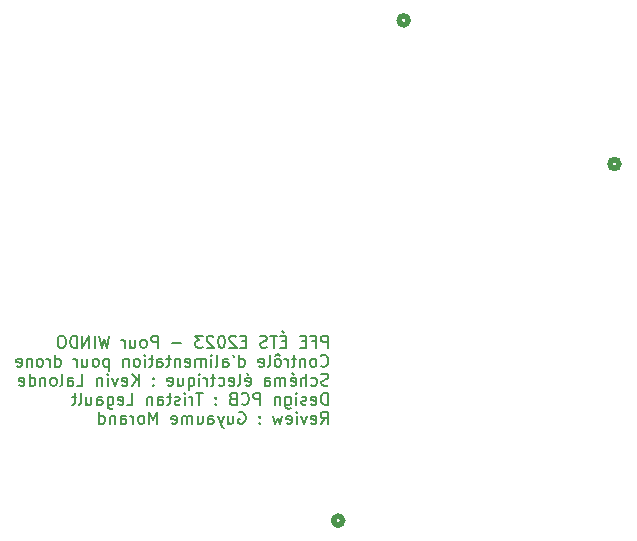
<source format=gbr>
%TF.GenerationSoftware,KiCad,Pcbnew,7.0.6-0*%
%TF.CreationDate,2023-08-01T13:46:47-04:00*%
%TF.ProjectId,Power Selector,506f7765-7220-4536-956c-6563746f722e,rev?*%
%TF.SameCoordinates,Original*%
%TF.FileFunction,Legend,Bot*%
%TF.FilePolarity,Positive*%
%FSLAX46Y46*%
G04 Gerber Fmt 4.6, Leading zero omitted, Abs format (unit mm)*
G04 Created by KiCad (PCBNEW 7.0.6-0) date 2023-08-01 13:46:47*
%MOMM*%
%LPD*%
G01*
G04 APERTURE LIST*
%ADD10C,0.150000*%
%ADD11C,0.508000*%
G04 APERTURE END LIST*
D10*
X96263220Y-120429819D02*
X96263220Y-119429819D01*
X96263220Y-119429819D02*
X95882268Y-119429819D01*
X95882268Y-119429819D02*
X95787030Y-119477438D01*
X95787030Y-119477438D02*
X95739411Y-119525057D01*
X95739411Y-119525057D02*
X95691792Y-119620295D01*
X95691792Y-119620295D02*
X95691792Y-119763152D01*
X95691792Y-119763152D02*
X95739411Y-119858390D01*
X95739411Y-119858390D02*
X95787030Y-119906009D01*
X95787030Y-119906009D02*
X95882268Y-119953628D01*
X95882268Y-119953628D02*
X96263220Y-119953628D01*
X94929887Y-119906009D02*
X95263220Y-119906009D01*
X95263220Y-120429819D02*
X95263220Y-119429819D01*
X95263220Y-119429819D02*
X94787030Y-119429819D01*
X94406077Y-119906009D02*
X94072744Y-119906009D01*
X93929887Y-120429819D02*
X94406077Y-120429819D01*
X94406077Y-120429819D02*
X94406077Y-119429819D01*
X94406077Y-119429819D02*
X93929887Y-119429819D01*
X92739410Y-119906009D02*
X92406077Y-119906009D01*
X92263220Y-120429819D02*
X92739410Y-120429819D01*
X92739410Y-120429819D02*
X92739410Y-119429819D01*
X92739410Y-119429819D02*
X92263220Y-119429819D01*
X92406077Y-119048866D02*
X92548934Y-119191723D01*
X91977505Y-119429819D02*
X91406077Y-119429819D01*
X91691791Y-120429819D02*
X91691791Y-119429819D01*
X91120362Y-120382200D02*
X90977505Y-120429819D01*
X90977505Y-120429819D02*
X90739410Y-120429819D01*
X90739410Y-120429819D02*
X90644172Y-120382200D01*
X90644172Y-120382200D02*
X90596553Y-120334580D01*
X90596553Y-120334580D02*
X90548934Y-120239342D01*
X90548934Y-120239342D02*
X90548934Y-120144104D01*
X90548934Y-120144104D02*
X90596553Y-120048866D01*
X90596553Y-120048866D02*
X90644172Y-120001247D01*
X90644172Y-120001247D02*
X90739410Y-119953628D01*
X90739410Y-119953628D02*
X90929886Y-119906009D01*
X90929886Y-119906009D02*
X91025124Y-119858390D01*
X91025124Y-119858390D02*
X91072743Y-119810771D01*
X91072743Y-119810771D02*
X91120362Y-119715533D01*
X91120362Y-119715533D02*
X91120362Y-119620295D01*
X91120362Y-119620295D02*
X91072743Y-119525057D01*
X91072743Y-119525057D02*
X91025124Y-119477438D01*
X91025124Y-119477438D02*
X90929886Y-119429819D01*
X90929886Y-119429819D02*
X90691791Y-119429819D01*
X90691791Y-119429819D02*
X90548934Y-119477438D01*
X89358457Y-119906009D02*
X89025124Y-119906009D01*
X88882267Y-120429819D02*
X89358457Y-120429819D01*
X89358457Y-120429819D02*
X89358457Y-119429819D01*
X89358457Y-119429819D02*
X88882267Y-119429819D01*
X88501314Y-119525057D02*
X88453695Y-119477438D01*
X88453695Y-119477438D02*
X88358457Y-119429819D01*
X88358457Y-119429819D02*
X88120362Y-119429819D01*
X88120362Y-119429819D02*
X88025124Y-119477438D01*
X88025124Y-119477438D02*
X87977505Y-119525057D01*
X87977505Y-119525057D02*
X87929886Y-119620295D01*
X87929886Y-119620295D02*
X87929886Y-119715533D01*
X87929886Y-119715533D02*
X87977505Y-119858390D01*
X87977505Y-119858390D02*
X88548933Y-120429819D01*
X88548933Y-120429819D02*
X87929886Y-120429819D01*
X87310838Y-119429819D02*
X87215600Y-119429819D01*
X87215600Y-119429819D02*
X87120362Y-119477438D01*
X87120362Y-119477438D02*
X87072743Y-119525057D01*
X87072743Y-119525057D02*
X87025124Y-119620295D01*
X87025124Y-119620295D02*
X86977505Y-119810771D01*
X86977505Y-119810771D02*
X86977505Y-120048866D01*
X86977505Y-120048866D02*
X87025124Y-120239342D01*
X87025124Y-120239342D02*
X87072743Y-120334580D01*
X87072743Y-120334580D02*
X87120362Y-120382200D01*
X87120362Y-120382200D02*
X87215600Y-120429819D01*
X87215600Y-120429819D02*
X87310838Y-120429819D01*
X87310838Y-120429819D02*
X87406076Y-120382200D01*
X87406076Y-120382200D02*
X87453695Y-120334580D01*
X87453695Y-120334580D02*
X87501314Y-120239342D01*
X87501314Y-120239342D02*
X87548933Y-120048866D01*
X87548933Y-120048866D02*
X87548933Y-119810771D01*
X87548933Y-119810771D02*
X87501314Y-119620295D01*
X87501314Y-119620295D02*
X87453695Y-119525057D01*
X87453695Y-119525057D02*
X87406076Y-119477438D01*
X87406076Y-119477438D02*
X87310838Y-119429819D01*
X86596552Y-119525057D02*
X86548933Y-119477438D01*
X86548933Y-119477438D02*
X86453695Y-119429819D01*
X86453695Y-119429819D02*
X86215600Y-119429819D01*
X86215600Y-119429819D02*
X86120362Y-119477438D01*
X86120362Y-119477438D02*
X86072743Y-119525057D01*
X86072743Y-119525057D02*
X86025124Y-119620295D01*
X86025124Y-119620295D02*
X86025124Y-119715533D01*
X86025124Y-119715533D02*
X86072743Y-119858390D01*
X86072743Y-119858390D02*
X86644171Y-120429819D01*
X86644171Y-120429819D02*
X86025124Y-120429819D01*
X85691790Y-119429819D02*
X85072743Y-119429819D01*
X85072743Y-119429819D02*
X85406076Y-119810771D01*
X85406076Y-119810771D02*
X85263219Y-119810771D01*
X85263219Y-119810771D02*
X85167981Y-119858390D01*
X85167981Y-119858390D02*
X85120362Y-119906009D01*
X85120362Y-119906009D02*
X85072743Y-120001247D01*
X85072743Y-120001247D02*
X85072743Y-120239342D01*
X85072743Y-120239342D02*
X85120362Y-120334580D01*
X85120362Y-120334580D02*
X85167981Y-120382200D01*
X85167981Y-120382200D02*
X85263219Y-120429819D01*
X85263219Y-120429819D02*
X85548933Y-120429819D01*
X85548933Y-120429819D02*
X85644171Y-120382200D01*
X85644171Y-120382200D02*
X85691790Y-120334580D01*
X83882266Y-120048866D02*
X83120362Y-120048866D01*
X81882266Y-120429819D02*
X81882266Y-119429819D01*
X81882266Y-119429819D02*
X81501314Y-119429819D01*
X81501314Y-119429819D02*
X81406076Y-119477438D01*
X81406076Y-119477438D02*
X81358457Y-119525057D01*
X81358457Y-119525057D02*
X81310838Y-119620295D01*
X81310838Y-119620295D02*
X81310838Y-119763152D01*
X81310838Y-119763152D02*
X81358457Y-119858390D01*
X81358457Y-119858390D02*
X81406076Y-119906009D01*
X81406076Y-119906009D02*
X81501314Y-119953628D01*
X81501314Y-119953628D02*
X81882266Y-119953628D01*
X80739409Y-120429819D02*
X80834647Y-120382200D01*
X80834647Y-120382200D02*
X80882266Y-120334580D01*
X80882266Y-120334580D02*
X80929885Y-120239342D01*
X80929885Y-120239342D02*
X80929885Y-119953628D01*
X80929885Y-119953628D02*
X80882266Y-119858390D01*
X80882266Y-119858390D02*
X80834647Y-119810771D01*
X80834647Y-119810771D02*
X80739409Y-119763152D01*
X80739409Y-119763152D02*
X80596552Y-119763152D01*
X80596552Y-119763152D02*
X80501314Y-119810771D01*
X80501314Y-119810771D02*
X80453695Y-119858390D01*
X80453695Y-119858390D02*
X80406076Y-119953628D01*
X80406076Y-119953628D02*
X80406076Y-120239342D01*
X80406076Y-120239342D02*
X80453695Y-120334580D01*
X80453695Y-120334580D02*
X80501314Y-120382200D01*
X80501314Y-120382200D02*
X80596552Y-120429819D01*
X80596552Y-120429819D02*
X80739409Y-120429819D01*
X79548933Y-119763152D02*
X79548933Y-120429819D01*
X79977504Y-119763152D02*
X79977504Y-120286961D01*
X79977504Y-120286961D02*
X79929885Y-120382200D01*
X79929885Y-120382200D02*
X79834647Y-120429819D01*
X79834647Y-120429819D02*
X79691790Y-120429819D01*
X79691790Y-120429819D02*
X79596552Y-120382200D01*
X79596552Y-120382200D02*
X79548933Y-120334580D01*
X79072742Y-120429819D02*
X79072742Y-119763152D01*
X79072742Y-119953628D02*
X79025123Y-119858390D01*
X79025123Y-119858390D02*
X78977504Y-119810771D01*
X78977504Y-119810771D02*
X78882266Y-119763152D01*
X78882266Y-119763152D02*
X78787028Y-119763152D01*
X77787027Y-119429819D02*
X77548932Y-120429819D01*
X77548932Y-120429819D02*
X77358456Y-119715533D01*
X77358456Y-119715533D02*
X77167980Y-120429819D01*
X77167980Y-120429819D02*
X76929885Y-119429819D01*
X76548932Y-120429819D02*
X76548932Y-119429819D01*
X76072742Y-120429819D02*
X76072742Y-119429819D01*
X76072742Y-119429819D02*
X75501314Y-120429819D01*
X75501314Y-120429819D02*
X75501314Y-119429819D01*
X75025123Y-120429819D02*
X75025123Y-119429819D01*
X75025123Y-119429819D02*
X74787028Y-119429819D01*
X74787028Y-119429819D02*
X74644171Y-119477438D01*
X74644171Y-119477438D02*
X74548933Y-119572676D01*
X74548933Y-119572676D02*
X74501314Y-119667914D01*
X74501314Y-119667914D02*
X74453695Y-119858390D01*
X74453695Y-119858390D02*
X74453695Y-120001247D01*
X74453695Y-120001247D02*
X74501314Y-120191723D01*
X74501314Y-120191723D02*
X74548933Y-120286961D01*
X74548933Y-120286961D02*
X74644171Y-120382200D01*
X74644171Y-120382200D02*
X74787028Y-120429819D01*
X74787028Y-120429819D02*
X75025123Y-120429819D01*
X73834647Y-119429819D02*
X73644171Y-119429819D01*
X73644171Y-119429819D02*
X73548933Y-119477438D01*
X73548933Y-119477438D02*
X73453695Y-119572676D01*
X73453695Y-119572676D02*
X73406076Y-119763152D01*
X73406076Y-119763152D02*
X73406076Y-120096485D01*
X73406076Y-120096485D02*
X73453695Y-120286961D01*
X73453695Y-120286961D02*
X73548933Y-120382200D01*
X73548933Y-120382200D02*
X73644171Y-120429819D01*
X73644171Y-120429819D02*
X73834647Y-120429819D01*
X73834647Y-120429819D02*
X73929885Y-120382200D01*
X73929885Y-120382200D02*
X74025123Y-120286961D01*
X74025123Y-120286961D02*
X74072742Y-120096485D01*
X74072742Y-120096485D02*
X74072742Y-119763152D01*
X74072742Y-119763152D02*
X74025123Y-119572676D01*
X74025123Y-119572676D02*
X73929885Y-119477438D01*
X73929885Y-119477438D02*
X73834647Y-119429819D01*
X95691792Y-121944580D02*
X95739411Y-121992200D01*
X95739411Y-121992200D02*
X95882268Y-122039819D01*
X95882268Y-122039819D02*
X95977506Y-122039819D01*
X95977506Y-122039819D02*
X96120363Y-121992200D01*
X96120363Y-121992200D02*
X96215601Y-121896961D01*
X96215601Y-121896961D02*
X96263220Y-121801723D01*
X96263220Y-121801723D02*
X96310839Y-121611247D01*
X96310839Y-121611247D02*
X96310839Y-121468390D01*
X96310839Y-121468390D02*
X96263220Y-121277914D01*
X96263220Y-121277914D02*
X96215601Y-121182676D01*
X96215601Y-121182676D02*
X96120363Y-121087438D01*
X96120363Y-121087438D02*
X95977506Y-121039819D01*
X95977506Y-121039819D02*
X95882268Y-121039819D01*
X95882268Y-121039819D02*
X95739411Y-121087438D01*
X95739411Y-121087438D02*
X95691792Y-121135057D01*
X95120363Y-122039819D02*
X95215601Y-121992200D01*
X95215601Y-121992200D02*
X95263220Y-121944580D01*
X95263220Y-121944580D02*
X95310839Y-121849342D01*
X95310839Y-121849342D02*
X95310839Y-121563628D01*
X95310839Y-121563628D02*
X95263220Y-121468390D01*
X95263220Y-121468390D02*
X95215601Y-121420771D01*
X95215601Y-121420771D02*
X95120363Y-121373152D01*
X95120363Y-121373152D02*
X94977506Y-121373152D01*
X94977506Y-121373152D02*
X94882268Y-121420771D01*
X94882268Y-121420771D02*
X94834649Y-121468390D01*
X94834649Y-121468390D02*
X94787030Y-121563628D01*
X94787030Y-121563628D02*
X94787030Y-121849342D01*
X94787030Y-121849342D02*
X94834649Y-121944580D01*
X94834649Y-121944580D02*
X94882268Y-121992200D01*
X94882268Y-121992200D02*
X94977506Y-122039819D01*
X94977506Y-122039819D02*
X95120363Y-122039819D01*
X94358458Y-121373152D02*
X94358458Y-122039819D01*
X94358458Y-121468390D02*
X94310839Y-121420771D01*
X94310839Y-121420771D02*
X94215601Y-121373152D01*
X94215601Y-121373152D02*
X94072744Y-121373152D01*
X94072744Y-121373152D02*
X93977506Y-121420771D01*
X93977506Y-121420771D02*
X93929887Y-121516009D01*
X93929887Y-121516009D02*
X93929887Y-122039819D01*
X93596553Y-121373152D02*
X93215601Y-121373152D01*
X93453696Y-121039819D02*
X93453696Y-121896961D01*
X93453696Y-121896961D02*
X93406077Y-121992200D01*
X93406077Y-121992200D02*
X93310839Y-122039819D01*
X93310839Y-122039819D02*
X93215601Y-122039819D01*
X92882267Y-122039819D02*
X92882267Y-121373152D01*
X92882267Y-121563628D02*
X92834648Y-121468390D01*
X92834648Y-121468390D02*
X92787029Y-121420771D01*
X92787029Y-121420771D02*
X92691791Y-121373152D01*
X92691791Y-121373152D02*
X92596553Y-121373152D01*
X92120362Y-122039819D02*
X92215600Y-121992200D01*
X92215600Y-121992200D02*
X92263219Y-121944580D01*
X92263219Y-121944580D02*
X92310838Y-121849342D01*
X92310838Y-121849342D02*
X92310838Y-121563628D01*
X92310838Y-121563628D02*
X92263219Y-121468390D01*
X92263219Y-121468390D02*
X92215600Y-121420771D01*
X92215600Y-121420771D02*
X92120362Y-121373152D01*
X92120362Y-121373152D02*
X91977505Y-121373152D01*
X91977505Y-121373152D02*
X91882267Y-121420771D01*
X91882267Y-121420771D02*
X91834648Y-121468390D01*
X91834648Y-121468390D02*
X91787029Y-121563628D01*
X91787029Y-121563628D02*
X91787029Y-121849342D01*
X91787029Y-121849342D02*
X91834648Y-121944580D01*
X91834648Y-121944580D02*
X91882267Y-121992200D01*
X91882267Y-121992200D02*
X91977505Y-122039819D01*
X91977505Y-122039819D02*
X92120362Y-122039819D01*
X92215600Y-121135057D02*
X92025124Y-120992200D01*
X92025124Y-120992200D02*
X91834648Y-121135057D01*
X91215600Y-122039819D02*
X91310838Y-121992200D01*
X91310838Y-121992200D02*
X91358457Y-121896961D01*
X91358457Y-121896961D02*
X91358457Y-121039819D01*
X90453695Y-121992200D02*
X90548933Y-122039819D01*
X90548933Y-122039819D02*
X90739409Y-122039819D01*
X90739409Y-122039819D02*
X90834647Y-121992200D01*
X90834647Y-121992200D02*
X90882266Y-121896961D01*
X90882266Y-121896961D02*
X90882266Y-121516009D01*
X90882266Y-121516009D02*
X90834647Y-121420771D01*
X90834647Y-121420771D02*
X90739409Y-121373152D01*
X90739409Y-121373152D02*
X90548933Y-121373152D01*
X90548933Y-121373152D02*
X90453695Y-121420771D01*
X90453695Y-121420771D02*
X90406076Y-121516009D01*
X90406076Y-121516009D02*
X90406076Y-121611247D01*
X90406076Y-121611247D02*
X90882266Y-121706485D01*
X88787028Y-122039819D02*
X88787028Y-121039819D01*
X88787028Y-121992200D02*
X88882266Y-122039819D01*
X88882266Y-122039819D02*
X89072742Y-122039819D01*
X89072742Y-122039819D02*
X89167980Y-121992200D01*
X89167980Y-121992200D02*
X89215599Y-121944580D01*
X89215599Y-121944580D02*
X89263218Y-121849342D01*
X89263218Y-121849342D02*
X89263218Y-121563628D01*
X89263218Y-121563628D02*
X89215599Y-121468390D01*
X89215599Y-121468390D02*
X89167980Y-121420771D01*
X89167980Y-121420771D02*
X89072742Y-121373152D01*
X89072742Y-121373152D02*
X88882266Y-121373152D01*
X88882266Y-121373152D02*
X88787028Y-121420771D01*
X88263218Y-121039819D02*
X88358456Y-121230295D01*
X87406076Y-122039819D02*
X87406076Y-121516009D01*
X87406076Y-121516009D02*
X87453695Y-121420771D01*
X87453695Y-121420771D02*
X87548933Y-121373152D01*
X87548933Y-121373152D02*
X87739409Y-121373152D01*
X87739409Y-121373152D02*
X87834647Y-121420771D01*
X87406076Y-121992200D02*
X87501314Y-122039819D01*
X87501314Y-122039819D02*
X87739409Y-122039819D01*
X87739409Y-122039819D02*
X87834647Y-121992200D01*
X87834647Y-121992200D02*
X87882266Y-121896961D01*
X87882266Y-121896961D02*
X87882266Y-121801723D01*
X87882266Y-121801723D02*
X87834647Y-121706485D01*
X87834647Y-121706485D02*
X87739409Y-121658866D01*
X87739409Y-121658866D02*
X87501314Y-121658866D01*
X87501314Y-121658866D02*
X87406076Y-121611247D01*
X86787028Y-122039819D02*
X86882266Y-121992200D01*
X86882266Y-121992200D02*
X86929885Y-121896961D01*
X86929885Y-121896961D02*
X86929885Y-121039819D01*
X86406075Y-122039819D02*
X86406075Y-121373152D01*
X86406075Y-121039819D02*
X86453694Y-121087438D01*
X86453694Y-121087438D02*
X86406075Y-121135057D01*
X86406075Y-121135057D02*
X86358456Y-121087438D01*
X86358456Y-121087438D02*
X86406075Y-121039819D01*
X86406075Y-121039819D02*
X86406075Y-121135057D01*
X85929885Y-122039819D02*
X85929885Y-121373152D01*
X85929885Y-121468390D02*
X85882266Y-121420771D01*
X85882266Y-121420771D02*
X85787028Y-121373152D01*
X85787028Y-121373152D02*
X85644171Y-121373152D01*
X85644171Y-121373152D02*
X85548933Y-121420771D01*
X85548933Y-121420771D02*
X85501314Y-121516009D01*
X85501314Y-121516009D02*
X85501314Y-122039819D01*
X85501314Y-121516009D02*
X85453695Y-121420771D01*
X85453695Y-121420771D02*
X85358457Y-121373152D01*
X85358457Y-121373152D02*
X85215600Y-121373152D01*
X85215600Y-121373152D02*
X85120361Y-121420771D01*
X85120361Y-121420771D02*
X85072742Y-121516009D01*
X85072742Y-121516009D02*
X85072742Y-122039819D01*
X84215600Y-121992200D02*
X84310838Y-122039819D01*
X84310838Y-122039819D02*
X84501314Y-122039819D01*
X84501314Y-122039819D02*
X84596552Y-121992200D01*
X84596552Y-121992200D02*
X84644171Y-121896961D01*
X84644171Y-121896961D02*
X84644171Y-121516009D01*
X84644171Y-121516009D02*
X84596552Y-121420771D01*
X84596552Y-121420771D02*
X84501314Y-121373152D01*
X84501314Y-121373152D02*
X84310838Y-121373152D01*
X84310838Y-121373152D02*
X84215600Y-121420771D01*
X84215600Y-121420771D02*
X84167981Y-121516009D01*
X84167981Y-121516009D02*
X84167981Y-121611247D01*
X84167981Y-121611247D02*
X84644171Y-121706485D01*
X83739409Y-121373152D02*
X83739409Y-122039819D01*
X83739409Y-121468390D02*
X83691790Y-121420771D01*
X83691790Y-121420771D02*
X83596552Y-121373152D01*
X83596552Y-121373152D02*
X83453695Y-121373152D01*
X83453695Y-121373152D02*
X83358457Y-121420771D01*
X83358457Y-121420771D02*
X83310838Y-121516009D01*
X83310838Y-121516009D02*
X83310838Y-122039819D01*
X82977504Y-121373152D02*
X82596552Y-121373152D01*
X82834647Y-121039819D02*
X82834647Y-121896961D01*
X82834647Y-121896961D02*
X82787028Y-121992200D01*
X82787028Y-121992200D02*
X82691790Y-122039819D01*
X82691790Y-122039819D02*
X82596552Y-122039819D01*
X81834647Y-122039819D02*
X81834647Y-121516009D01*
X81834647Y-121516009D02*
X81882266Y-121420771D01*
X81882266Y-121420771D02*
X81977504Y-121373152D01*
X81977504Y-121373152D02*
X82167980Y-121373152D01*
X82167980Y-121373152D02*
X82263218Y-121420771D01*
X81834647Y-121992200D02*
X81929885Y-122039819D01*
X81929885Y-122039819D02*
X82167980Y-122039819D01*
X82167980Y-122039819D02*
X82263218Y-121992200D01*
X82263218Y-121992200D02*
X82310837Y-121896961D01*
X82310837Y-121896961D02*
X82310837Y-121801723D01*
X82310837Y-121801723D02*
X82263218Y-121706485D01*
X82263218Y-121706485D02*
X82167980Y-121658866D01*
X82167980Y-121658866D02*
X81929885Y-121658866D01*
X81929885Y-121658866D02*
X81834647Y-121611247D01*
X81501313Y-121373152D02*
X81120361Y-121373152D01*
X81358456Y-121039819D02*
X81358456Y-121896961D01*
X81358456Y-121896961D02*
X81310837Y-121992200D01*
X81310837Y-121992200D02*
X81215599Y-122039819D01*
X81215599Y-122039819D02*
X81120361Y-122039819D01*
X80787027Y-122039819D02*
X80787027Y-121373152D01*
X80787027Y-121039819D02*
X80834646Y-121087438D01*
X80834646Y-121087438D02*
X80787027Y-121135057D01*
X80787027Y-121135057D02*
X80739408Y-121087438D01*
X80739408Y-121087438D02*
X80787027Y-121039819D01*
X80787027Y-121039819D02*
X80787027Y-121135057D01*
X80167980Y-122039819D02*
X80263218Y-121992200D01*
X80263218Y-121992200D02*
X80310837Y-121944580D01*
X80310837Y-121944580D02*
X80358456Y-121849342D01*
X80358456Y-121849342D02*
X80358456Y-121563628D01*
X80358456Y-121563628D02*
X80310837Y-121468390D01*
X80310837Y-121468390D02*
X80263218Y-121420771D01*
X80263218Y-121420771D02*
X80167980Y-121373152D01*
X80167980Y-121373152D02*
X80025123Y-121373152D01*
X80025123Y-121373152D02*
X79929885Y-121420771D01*
X79929885Y-121420771D02*
X79882266Y-121468390D01*
X79882266Y-121468390D02*
X79834647Y-121563628D01*
X79834647Y-121563628D02*
X79834647Y-121849342D01*
X79834647Y-121849342D02*
X79882266Y-121944580D01*
X79882266Y-121944580D02*
X79929885Y-121992200D01*
X79929885Y-121992200D02*
X80025123Y-122039819D01*
X80025123Y-122039819D02*
X80167980Y-122039819D01*
X79406075Y-121373152D02*
X79406075Y-122039819D01*
X79406075Y-121468390D02*
X79358456Y-121420771D01*
X79358456Y-121420771D02*
X79263218Y-121373152D01*
X79263218Y-121373152D02*
X79120361Y-121373152D01*
X79120361Y-121373152D02*
X79025123Y-121420771D01*
X79025123Y-121420771D02*
X78977504Y-121516009D01*
X78977504Y-121516009D02*
X78977504Y-122039819D01*
X77739408Y-121373152D02*
X77739408Y-122373152D01*
X77739408Y-121420771D02*
X77644170Y-121373152D01*
X77644170Y-121373152D02*
X77453694Y-121373152D01*
X77453694Y-121373152D02*
X77358456Y-121420771D01*
X77358456Y-121420771D02*
X77310837Y-121468390D01*
X77310837Y-121468390D02*
X77263218Y-121563628D01*
X77263218Y-121563628D02*
X77263218Y-121849342D01*
X77263218Y-121849342D02*
X77310837Y-121944580D01*
X77310837Y-121944580D02*
X77358456Y-121992200D01*
X77358456Y-121992200D02*
X77453694Y-122039819D01*
X77453694Y-122039819D02*
X77644170Y-122039819D01*
X77644170Y-122039819D02*
X77739408Y-121992200D01*
X76691789Y-122039819D02*
X76787027Y-121992200D01*
X76787027Y-121992200D02*
X76834646Y-121944580D01*
X76834646Y-121944580D02*
X76882265Y-121849342D01*
X76882265Y-121849342D02*
X76882265Y-121563628D01*
X76882265Y-121563628D02*
X76834646Y-121468390D01*
X76834646Y-121468390D02*
X76787027Y-121420771D01*
X76787027Y-121420771D02*
X76691789Y-121373152D01*
X76691789Y-121373152D02*
X76548932Y-121373152D01*
X76548932Y-121373152D02*
X76453694Y-121420771D01*
X76453694Y-121420771D02*
X76406075Y-121468390D01*
X76406075Y-121468390D02*
X76358456Y-121563628D01*
X76358456Y-121563628D02*
X76358456Y-121849342D01*
X76358456Y-121849342D02*
X76406075Y-121944580D01*
X76406075Y-121944580D02*
X76453694Y-121992200D01*
X76453694Y-121992200D02*
X76548932Y-122039819D01*
X76548932Y-122039819D02*
X76691789Y-122039819D01*
X75501313Y-121373152D02*
X75501313Y-122039819D01*
X75929884Y-121373152D02*
X75929884Y-121896961D01*
X75929884Y-121896961D02*
X75882265Y-121992200D01*
X75882265Y-121992200D02*
X75787027Y-122039819D01*
X75787027Y-122039819D02*
X75644170Y-122039819D01*
X75644170Y-122039819D02*
X75548932Y-121992200D01*
X75548932Y-121992200D02*
X75501313Y-121944580D01*
X75025122Y-122039819D02*
X75025122Y-121373152D01*
X75025122Y-121563628D02*
X74977503Y-121468390D01*
X74977503Y-121468390D02*
X74929884Y-121420771D01*
X74929884Y-121420771D02*
X74834646Y-121373152D01*
X74834646Y-121373152D02*
X74739408Y-121373152D01*
X73215598Y-122039819D02*
X73215598Y-121039819D01*
X73215598Y-121992200D02*
X73310836Y-122039819D01*
X73310836Y-122039819D02*
X73501312Y-122039819D01*
X73501312Y-122039819D02*
X73596550Y-121992200D01*
X73596550Y-121992200D02*
X73644169Y-121944580D01*
X73644169Y-121944580D02*
X73691788Y-121849342D01*
X73691788Y-121849342D02*
X73691788Y-121563628D01*
X73691788Y-121563628D02*
X73644169Y-121468390D01*
X73644169Y-121468390D02*
X73596550Y-121420771D01*
X73596550Y-121420771D02*
X73501312Y-121373152D01*
X73501312Y-121373152D02*
X73310836Y-121373152D01*
X73310836Y-121373152D02*
X73215598Y-121420771D01*
X72739407Y-122039819D02*
X72739407Y-121373152D01*
X72739407Y-121563628D02*
X72691788Y-121468390D01*
X72691788Y-121468390D02*
X72644169Y-121420771D01*
X72644169Y-121420771D02*
X72548931Y-121373152D01*
X72548931Y-121373152D02*
X72453693Y-121373152D01*
X71977502Y-122039819D02*
X72072740Y-121992200D01*
X72072740Y-121992200D02*
X72120359Y-121944580D01*
X72120359Y-121944580D02*
X72167978Y-121849342D01*
X72167978Y-121849342D02*
X72167978Y-121563628D01*
X72167978Y-121563628D02*
X72120359Y-121468390D01*
X72120359Y-121468390D02*
X72072740Y-121420771D01*
X72072740Y-121420771D02*
X71977502Y-121373152D01*
X71977502Y-121373152D02*
X71834645Y-121373152D01*
X71834645Y-121373152D02*
X71739407Y-121420771D01*
X71739407Y-121420771D02*
X71691788Y-121468390D01*
X71691788Y-121468390D02*
X71644169Y-121563628D01*
X71644169Y-121563628D02*
X71644169Y-121849342D01*
X71644169Y-121849342D02*
X71691788Y-121944580D01*
X71691788Y-121944580D02*
X71739407Y-121992200D01*
X71739407Y-121992200D02*
X71834645Y-122039819D01*
X71834645Y-122039819D02*
X71977502Y-122039819D01*
X71215597Y-121373152D02*
X71215597Y-122039819D01*
X71215597Y-121468390D02*
X71167978Y-121420771D01*
X71167978Y-121420771D02*
X71072740Y-121373152D01*
X71072740Y-121373152D02*
X70929883Y-121373152D01*
X70929883Y-121373152D02*
X70834645Y-121420771D01*
X70834645Y-121420771D02*
X70787026Y-121516009D01*
X70787026Y-121516009D02*
X70787026Y-122039819D01*
X69929883Y-121992200D02*
X70025121Y-122039819D01*
X70025121Y-122039819D02*
X70215597Y-122039819D01*
X70215597Y-122039819D02*
X70310835Y-121992200D01*
X70310835Y-121992200D02*
X70358454Y-121896961D01*
X70358454Y-121896961D02*
X70358454Y-121516009D01*
X70358454Y-121516009D02*
X70310835Y-121420771D01*
X70310835Y-121420771D02*
X70215597Y-121373152D01*
X70215597Y-121373152D02*
X70025121Y-121373152D01*
X70025121Y-121373152D02*
X69929883Y-121420771D01*
X69929883Y-121420771D02*
X69882264Y-121516009D01*
X69882264Y-121516009D02*
X69882264Y-121611247D01*
X69882264Y-121611247D02*
X70358454Y-121706485D01*
X96310839Y-123602200D02*
X96167982Y-123649819D01*
X96167982Y-123649819D02*
X95929887Y-123649819D01*
X95929887Y-123649819D02*
X95834649Y-123602200D01*
X95834649Y-123602200D02*
X95787030Y-123554580D01*
X95787030Y-123554580D02*
X95739411Y-123459342D01*
X95739411Y-123459342D02*
X95739411Y-123364104D01*
X95739411Y-123364104D02*
X95787030Y-123268866D01*
X95787030Y-123268866D02*
X95834649Y-123221247D01*
X95834649Y-123221247D02*
X95929887Y-123173628D01*
X95929887Y-123173628D02*
X96120363Y-123126009D01*
X96120363Y-123126009D02*
X96215601Y-123078390D01*
X96215601Y-123078390D02*
X96263220Y-123030771D01*
X96263220Y-123030771D02*
X96310839Y-122935533D01*
X96310839Y-122935533D02*
X96310839Y-122840295D01*
X96310839Y-122840295D02*
X96263220Y-122745057D01*
X96263220Y-122745057D02*
X96215601Y-122697438D01*
X96215601Y-122697438D02*
X96120363Y-122649819D01*
X96120363Y-122649819D02*
X95882268Y-122649819D01*
X95882268Y-122649819D02*
X95739411Y-122697438D01*
X94882268Y-123602200D02*
X94977506Y-123649819D01*
X94977506Y-123649819D02*
X95167982Y-123649819D01*
X95167982Y-123649819D02*
X95263220Y-123602200D01*
X95263220Y-123602200D02*
X95310839Y-123554580D01*
X95310839Y-123554580D02*
X95358458Y-123459342D01*
X95358458Y-123459342D02*
X95358458Y-123173628D01*
X95358458Y-123173628D02*
X95310839Y-123078390D01*
X95310839Y-123078390D02*
X95263220Y-123030771D01*
X95263220Y-123030771D02*
X95167982Y-122983152D01*
X95167982Y-122983152D02*
X94977506Y-122983152D01*
X94977506Y-122983152D02*
X94882268Y-123030771D01*
X94453696Y-123649819D02*
X94453696Y-122649819D01*
X94025125Y-123649819D02*
X94025125Y-123126009D01*
X94025125Y-123126009D02*
X94072744Y-123030771D01*
X94072744Y-123030771D02*
X94167982Y-122983152D01*
X94167982Y-122983152D02*
X94310839Y-122983152D01*
X94310839Y-122983152D02*
X94406077Y-123030771D01*
X94406077Y-123030771D02*
X94453696Y-123078390D01*
X93167982Y-123602200D02*
X93263220Y-123649819D01*
X93263220Y-123649819D02*
X93453696Y-123649819D01*
X93453696Y-123649819D02*
X93548934Y-123602200D01*
X93548934Y-123602200D02*
X93596553Y-123506961D01*
X93596553Y-123506961D02*
X93596553Y-123126009D01*
X93596553Y-123126009D02*
X93548934Y-123030771D01*
X93548934Y-123030771D02*
X93453696Y-122983152D01*
X93453696Y-122983152D02*
X93263220Y-122983152D01*
X93263220Y-122983152D02*
X93167982Y-123030771D01*
X93167982Y-123030771D02*
X93120363Y-123126009D01*
X93120363Y-123126009D02*
X93120363Y-123221247D01*
X93120363Y-123221247D02*
X93596553Y-123316485D01*
X93263220Y-122602200D02*
X93406077Y-122745057D01*
X92691791Y-123649819D02*
X92691791Y-122983152D01*
X92691791Y-123078390D02*
X92644172Y-123030771D01*
X92644172Y-123030771D02*
X92548934Y-122983152D01*
X92548934Y-122983152D02*
X92406077Y-122983152D01*
X92406077Y-122983152D02*
X92310839Y-123030771D01*
X92310839Y-123030771D02*
X92263220Y-123126009D01*
X92263220Y-123126009D02*
X92263220Y-123649819D01*
X92263220Y-123126009D02*
X92215601Y-123030771D01*
X92215601Y-123030771D02*
X92120363Y-122983152D01*
X92120363Y-122983152D02*
X91977506Y-122983152D01*
X91977506Y-122983152D02*
X91882267Y-123030771D01*
X91882267Y-123030771D02*
X91834648Y-123126009D01*
X91834648Y-123126009D02*
X91834648Y-123649819D01*
X90929887Y-123649819D02*
X90929887Y-123126009D01*
X90929887Y-123126009D02*
X90977506Y-123030771D01*
X90977506Y-123030771D02*
X91072744Y-122983152D01*
X91072744Y-122983152D02*
X91263220Y-122983152D01*
X91263220Y-122983152D02*
X91358458Y-123030771D01*
X90929887Y-123602200D02*
X91025125Y-123649819D01*
X91025125Y-123649819D02*
X91263220Y-123649819D01*
X91263220Y-123649819D02*
X91358458Y-123602200D01*
X91358458Y-123602200D02*
X91406077Y-123506961D01*
X91406077Y-123506961D02*
X91406077Y-123411723D01*
X91406077Y-123411723D02*
X91358458Y-123316485D01*
X91358458Y-123316485D02*
X91263220Y-123268866D01*
X91263220Y-123268866D02*
X91025125Y-123268866D01*
X91025125Y-123268866D02*
X90929887Y-123221247D01*
X89310839Y-123602200D02*
X89406077Y-123649819D01*
X89406077Y-123649819D02*
X89596553Y-123649819D01*
X89596553Y-123649819D02*
X89691791Y-123602200D01*
X89691791Y-123602200D02*
X89739410Y-123506961D01*
X89739410Y-123506961D02*
X89739410Y-123126009D01*
X89739410Y-123126009D02*
X89691791Y-123030771D01*
X89691791Y-123030771D02*
X89596553Y-122983152D01*
X89596553Y-122983152D02*
X89406077Y-122983152D01*
X89406077Y-122983152D02*
X89310839Y-123030771D01*
X89310839Y-123030771D02*
X89263220Y-123126009D01*
X89263220Y-123126009D02*
X89263220Y-123221247D01*
X89263220Y-123221247D02*
X89739410Y-123316485D01*
X89406077Y-122602200D02*
X89548934Y-122745057D01*
X88691791Y-123649819D02*
X88787029Y-123602200D01*
X88787029Y-123602200D02*
X88834648Y-123506961D01*
X88834648Y-123506961D02*
X88834648Y-122649819D01*
X87929886Y-123602200D02*
X88025124Y-123649819D01*
X88025124Y-123649819D02*
X88215600Y-123649819D01*
X88215600Y-123649819D02*
X88310838Y-123602200D01*
X88310838Y-123602200D02*
X88358457Y-123506961D01*
X88358457Y-123506961D02*
X88358457Y-123126009D01*
X88358457Y-123126009D02*
X88310838Y-123030771D01*
X88310838Y-123030771D02*
X88215600Y-122983152D01*
X88215600Y-122983152D02*
X88025124Y-122983152D01*
X88025124Y-122983152D02*
X87929886Y-123030771D01*
X87929886Y-123030771D02*
X87882267Y-123126009D01*
X87882267Y-123126009D02*
X87882267Y-123221247D01*
X87882267Y-123221247D02*
X88358457Y-123316485D01*
X87025124Y-123602200D02*
X87120362Y-123649819D01*
X87120362Y-123649819D02*
X87310838Y-123649819D01*
X87310838Y-123649819D02*
X87406076Y-123602200D01*
X87406076Y-123602200D02*
X87453695Y-123554580D01*
X87453695Y-123554580D02*
X87501314Y-123459342D01*
X87501314Y-123459342D02*
X87501314Y-123173628D01*
X87501314Y-123173628D02*
X87453695Y-123078390D01*
X87453695Y-123078390D02*
X87406076Y-123030771D01*
X87406076Y-123030771D02*
X87310838Y-122983152D01*
X87310838Y-122983152D02*
X87120362Y-122983152D01*
X87120362Y-122983152D02*
X87025124Y-123030771D01*
X86739409Y-122983152D02*
X86358457Y-122983152D01*
X86596552Y-122649819D02*
X86596552Y-123506961D01*
X86596552Y-123506961D02*
X86548933Y-123602200D01*
X86548933Y-123602200D02*
X86453695Y-123649819D01*
X86453695Y-123649819D02*
X86358457Y-123649819D01*
X86025123Y-123649819D02*
X86025123Y-122983152D01*
X86025123Y-123173628D02*
X85977504Y-123078390D01*
X85977504Y-123078390D02*
X85929885Y-123030771D01*
X85929885Y-123030771D02*
X85834647Y-122983152D01*
X85834647Y-122983152D02*
X85739409Y-122983152D01*
X85406075Y-123649819D02*
X85406075Y-122983152D01*
X85406075Y-122649819D02*
X85453694Y-122697438D01*
X85453694Y-122697438D02*
X85406075Y-122745057D01*
X85406075Y-122745057D02*
X85358456Y-122697438D01*
X85358456Y-122697438D02*
X85406075Y-122649819D01*
X85406075Y-122649819D02*
X85406075Y-122745057D01*
X84501314Y-122983152D02*
X84501314Y-123983152D01*
X84501314Y-123602200D02*
X84596552Y-123649819D01*
X84596552Y-123649819D02*
X84787028Y-123649819D01*
X84787028Y-123649819D02*
X84882266Y-123602200D01*
X84882266Y-123602200D02*
X84929885Y-123554580D01*
X84929885Y-123554580D02*
X84977504Y-123459342D01*
X84977504Y-123459342D02*
X84977504Y-123173628D01*
X84977504Y-123173628D02*
X84929885Y-123078390D01*
X84929885Y-123078390D02*
X84882266Y-123030771D01*
X84882266Y-123030771D02*
X84787028Y-122983152D01*
X84787028Y-122983152D02*
X84596552Y-122983152D01*
X84596552Y-122983152D02*
X84501314Y-123030771D01*
X83596552Y-122983152D02*
X83596552Y-123649819D01*
X84025123Y-122983152D02*
X84025123Y-123506961D01*
X84025123Y-123506961D02*
X83977504Y-123602200D01*
X83977504Y-123602200D02*
X83882266Y-123649819D01*
X83882266Y-123649819D02*
X83739409Y-123649819D01*
X83739409Y-123649819D02*
X83644171Y-123602200D01*
X83644171Y-123602200D02*
X83596552Y-123554580D01*
X82739409Y-123602200D02*
X82834647Y-123649819D01*
X82834647Y-123649819D02*
X83025123Y-123649819D01*
X83025123Y-123649819D02*
X83120361Y-123602200D01*
X83120361Y-123602200D02*
X83167980Y-123506961D01*
X83167980Y-123506961D02*
X83167980Y-123126009D01*
X83167980Y-123126009D02*
X83120361Y-123030771D01*
X83120361Y-123030771D02*
X83025123Y-122983152D01*
X83025123Y-122983152D02*
X82834647Y-122983152D01*
X82834647Y-122983152D02*
X82739409Y-123030771D01*
X82739409Y-123030771D02*
X82691790Y-123126009D01*
X82691790Y-123126009D02*
X82691790Y-123221247D01*
X82691790Y-123221247D02*
X83167980Y-123316485D01*
X81501313Y-123554580D02*
X81453694Y-123602200D01*
X81453694Y-123602200D02*
X81501313Y-123649819D01*
X81501313Y-123649819D02*
X81548932Y-123602200D01*
X81548932Y-123602200D02*
X81501313Y-123554580D01*
X81501313Y-123554580D02*
X81501313Y-123649819D01*
X81501313Y-123030771D02*
X81453694Y-123078390D01*
X81453694Y-123078390D02*
X81501313Y-123126009D01*
X81501313Y-123126009D02*
X81548932Y-123078390D01*
X81548932Y-123078390D02*
X81501313Y-123030771D01*
X81501313Y-123030771D02*
X81501313Y-123126009D01*
X80263218Y-123649819D02*
X80263218Y-122649819D01*
X79691790Y-123649819D02*
X80120361Y-123078390D01*
X79691790Y-122649819D02*
X80263218Y-123221247D01*
X78882266Y-123602200D02*
X78977504Y-123649819D01*
X78977504Y-123649819D02*
X79167980Y-123649819D01*
X79167980Y-123649819D02*
X79263218Y-123602200D01*
X79263218Y-123602200D02*
X79310837Y-123506961D01*
X79310837Y-123506961D02*
X79310837Y-123126009D01*
X79310837Y-123126009D02*
X79263218Y-123030771D01*
X79263218Y-123030771D02*
X79167980Y-122983152D01*
X79167980Y-122983152D02*
X78977504Y-122983152D01*
X78977504Y-122983152D02*
X78882266Y-123030771D01*
X78882266Y-123030771D02*
X78834647Y-123126009D01*
X78834647Y-123126009D02*
X78834647Y-123221247D01*
X78834647Y-123221247D02*
X79310837Y-123316485D01*
X78501313Y-122983152D02*
X78263218Y-123649819D01*
X78263218Y-123649819D02*
X78025123Y-122983152D01*
X77644170Y-123649819D02*
X77644170Y-122983152D01*
X77644170Y-122649819D02*
X77691789Y-122697438D01*
X77691789Y-122697438D02*
X77644170Y-122745057D01*
X77644170Y-122745057D02*
X77596551Y-122697438D01*
X77596551Y-122697438D02*
X77644170Y-122649819D01*
X77644170Y-122649819D02*
X77644170Y-122745057D01*
X77167980Y-122983152D02*
X77167980Y-123649819D01*
X77167980Y-123078390D02*
X77120361Y-123030771D01*
X77120361Y-123030771D02*
X77025123Y-122983152D01*
X77025123Y-122983152D02*
X76882266Y-122983152D01*
X76882266Y-122983152D02*
X76787028Y-123030771D01*
X76787028Y-123030771D02*
X76739409Y-123126009D01*
X76739409Y-123126009D02*
X76739409Y-123649819D01*
X75025123Y-123649819D02*
X75501313Y-123649819D01*
X75501313Y-123649819D02*
X75501313Y-122649819D01*
X74263218Y-123649819D02*
X74263218Y-123126009D01*
X74263218Y-123126009D02*
X74310837Y-123030771D01*
X74310837Y-123030771D02*
X74406075Y-122983152D01*
X74406075Y-122983152D02*
X74596551Y-122983152D01*
X74596551Y-122983152D02*
X74691789Y-123030771D01*
X74263218Y-123602200D02*
X74358456Y-123649819D01*
X74358456Y-123649819D02*
X74596551Y-123649819D01*
X74596551Y-123649819D02*
X74691789Y-123602200D01*
X74691789Y-123602200D02*
X74739408Y-123506961D01*
X74739408Y-123506961D02*
X74739408Y-123411723D01*
X74739408Y-123411723D02*
X74691789Y-123316485D01*
X74691789Y-123316485D02*
X74596551Y-123268866D01*
X74596551Y-123268866D02*
X74358456Y-123268866D01*
X74358456Y-123268866D02*
X74263218Y-123221247D01*
X73644170Y-123649819D02*
X73739408Y-123602200D01*
X73739408Y-123602200D02*
X73787027Y-123506961D01*
X73787027Y-123506961D02*
X73787027Y-122649819D01*
X73120360Y-123649819D02*
X73215598Y-123602200D01*
X73215598Y-123602200D02*
X73263217Y-123554580D01*
X73263217Y-123554580D02*
X73310836Y-123459342D01*
X73310836Y-123459342D02*
X73310836Y-123173628D01*
X73310836Y-123173628D02*
X73263217Y-123078390D01*
X73263217Y-123078390D02*
X73215598Y-123030771D01*
X73215598Y-123030771D02*
X73120360Y-122983152D01*
X73120360Y-122983152D02*
X72977503Y-122983152D01*
X72977503Y-122983152D02*
X72882265Y-123030771D01*
X72882265Y-123030771D02*
X72834646Y-123078390D01*
X72834646Y-123078390D02*
X72787027Y-123173628D01*
X72787027Y-123173628D02*
X72787027Y-123459342D01*
X72787027Y-123459342D02*
X72834646Y-123554580D01*
X72834646Y-123554580D02*
X72882265Y-123602200D01*
X72882265Y-123602200D02*
X72977503Y-123649819D01*
X72977503Y-123649819D02*
X73120360Y-123649819D01*
X72358455Y-122983152D02*
X72358455Y-123649819D01*
X72358455Y-123078390D02*
X72310836Y-123030771D01*
X72310836Y-123030771D02*
X72215598Y-122983152D01*
X72215598Y-122983152D02*
X72072741Y-122983152D01*
X72072741Y-122983152D02*
X71977503Y-123030771D01*
X71977503Y-123030771D02*
X71929884Y-123126009D01*
X71929884Y-123126009D02*
X71929884Y-123649819D01*
X71025122Y-123649819D02*
X71025122Y-122649819D01*
X71025122Y-123602200D02*
X71120360Y-123649819D01*
X71120360Y-123649819D02*
X71310836Y-123649819D01*
X71310836Y-123649819D02*
X71406074Y-123602200D01*
X71406074Y-123602200D02*
X71453693Y-123554580D01*
X71453693Y-123554580D02*
X71501312Y-123459342D01*
X71501312Y-123459342D02*
X71501312Y-123173628D01*
X71501312Y-123173628D02*
X71453693Y-123078390D01*
X71453693Y-123078390D02*
X71406074Y-123030771D01*
X71406074Y-123030771D02*
X71310836Y-122983152D01*
X71310836Y-122983152D02*
X71120360Y-122983152D01*
X71120360Y-122983152D02*
X71025122Y-123030771D01*
X70167979Y-123602200D02*
X70263217Y-123649819D01*
X70263217Y-123649819D02*
X70453693Y-123649819D01*
X70453693Y-123649819D02*
X70548931Y-123602200D01*
X70548931Y-123602200D02*
X70596550Y-123506961D01*
X70596550Y-123506961D02*
X70596550Y-123126009D01*
X70596550Y-123126009D02*
X70548931Y-123030771D01*
X70548931Y-123030771D02*
X70453693Y-122983152D01*
X70453693Y-122983152D02*
X70263217Y-122983152D01*
X70263217Y-122983152D02*
X70167979Y-123030771D01*
X70167979Y-123030771D02*
X70120360Y-123126009D01*
X70120360Y-123126009D02*
X70120360Y-123221247D01*
X70120360Y-123221247D02*
X70596550Y-123316485D01*
X96263220Y-125259819D02*
X96263220Y-124259819D01*
X96263220Y-124259819D02*
X96025125Y-124259819D01*
X96025125Y-124259819D02*
X95882268Y-124307438D01*
X95882268Y-124307438D02*
X95787030Y-124402676D01*
X95787030Y-124402676D02*
X95739411Y-124497914D01*
X95739411Y-124497914D02*
X95691792Y-124688390D01*
X95691792Y-124688390D02*
X95691792Y-124831247D01*
X95691792Y-124831247D02*
X95739411Y-125021723D01*
X95739411Y-125021723D02*
X95787030Y-125116961D01*
X95787030Y-125116961D02*
X95882268Y-125212200D01*
X95882268Y-125212200D02*
X96025125Y-125259819D01*
X96025125Y-125259819D02*
X96263220Y-125259819D01*
X94882268Y-125212200D02*
X94977506Y-125259819D01*
X94977506Y-125259819D02*
X95167982Y-125259819D01*
X95167982Y-125259819D02*
X95263220Y-125212200D01*
X95263220Y-125212200D02*
X95310839Y-125116961D01*
X95310839Y-125116961D02*
X95310839Y-124736009D01*
X95310839Y-124736009D02*
X95263220Y-124640771D01*
X95263220Y-124640771D02*
X95167982Y-124593152D01*
X95167982Y-124593152D02*
X94977506Y-124593152D01*
X94977506Y-124593152D02*
X94882268Y-124640771D01*
X94882268Y-124640771D02*
X94834649Y-124736009D01*
X94834649Y-124736009D02*
X94834649Y-124831247D01*
X94834649Y-124831247D02*
X95310839Y-124926485D01*
X94453696Y-125212200D02*
X94358458Y-125259819D01*
X94358458Y-125259819D02*
X94167982Y-125259819D01*
X94167982Y-125259819D02*
X94072744Y-125212200D01*
X94072744Y-125212200D02*
X94025125Y-125116961D01*
X94025125Y-125116961D02*
X94025125Y-125069342D01*
X94025125Y-125069342D02*
X94072744Y-124974104D01*
X94072744Y-124974104D02*
X94167982Y-124926485D01*
X94167982Y-124926485D02*
X94310839Y-124926485D01*
X94310839Y-124926485D02*
X94406077Y-124878866D01*
X94406077Y-124878866D02*
X94453696Y-124783628D01*
X94453696Y-124783628D02*
X94453696Y-124736009D01*
X94453696Y-124736009D02*
X94406077Y-124640771D01*
X94406077Y-124640771D02*
X94310839Y-124593152D01*
X94310839Y-124593152D02*
X94167982Y-124593152D01*
X94167982Y-124593152D02*
X94072744Y-124640771D01*
X93596553Y-125259819D02*
X93596553Y-124593152D01*
X93596553Y-124259819D02*
X93644172Y-124307438D01*
X93644172Y-124307438D02*
X93596553Y-124355057D01*
X93596553Y-124355057D02*
X93548934Y-124307438D01*
X93548934Y-124307438D02*
X93596553Y-124259819D01*
X93596553Y-124259819D02*
X93596553Y-124355057D01*
X92691792Y-124593152D02*
X92691792Y-125402676D01*
X92691792Y-125402676D02*
X92739411Y-125497914D01*
X92739411Y-125497914D02*
X92787030Y-125545533D01*
X92787030Y-125545533D02*
X92882268Y-125593152D01*
X92882268Y-125593152D02*
X93025125Y-125593152D01*
X93025125Y-125593152D02*
X93120363Y-125545533D01*
X92691792Y-125212200D02*
X92787030Y-125259819D01*
X92787030Y-125259819D02*
X92977506Y-125259819D01*
X92977506Y-125259819D02*
X93072744Y-125212200D01*
X93072744Y-125212200D02*
X93120363Y-125164580D01*
X93120363Y-125164580D02*
X93167982Y-125069342D01*
X93167982Y-125069342D02*
X93167982Y-124783628D01*
X93167982Y-124783628D02*
X93120363Y-124688390D01*
X93120363Y-124688390D02*
X93072744Y-124640771D01*
X93072744Y-124640771D02*
X92977506Y-124593152D01*
X92977506Y-124593152D02*
X92787030Y-124593152D01*
X92787030Y-124593152D02*
X92691792Y-124640771D01*
X92215601Y-124593152D02*
X92215601Y-125259819D01*
X92215601Y-124688390D02*
X92167982Y-124640771D01*
X92167982Y-124640771D02*
X92072744Y-124593152D01*
X92072744Y-124593152D02*
X91929887Y-124593152D01*
X91929887Y-124593152D02*
X91834649Y-124640771D01*
X91834649Y-124640771D02*
X91787030Y-124736009D01*
X91787030Y-124736009D02*
X91787030Y-125259819D01*
X90548934Y-125259819D02*
X90548934Y-124259819D01*
X90548934Y-124259819D02*
X90167982Y-124259819D01*
X90167982Y-124259819D02*
X90072744Y-124307438D01*
X90072744Y-124307438D02*
X90025125Y-124355057D01*
X90025125Y-124355057D02*
X89977506Y-124450295D01*
X89977506Y-124450295D02*
X89977506Y-124593152D01*
X89977506Y-124593152D02*
X90025125Y-124688390D01*
X90025125Y-124688390D02*
X90072744Y-124736009D01*
X90072744Y-124736009D02*
X90167982Y-124783628D01*
X90167982Y-124783628D02*
X90548934Y-124783628D01*
X88977506Y-125164580D02*
X89025125Y-125212200D01*
X89025125Y-125212200D02*
X89167982Y-125259819D01*
X89167982Y-125259819D02*
X89263220Y-125259819D01*
X89263220Y-125259819D02*
X89406077Y-125212200D01*
X89406077Y-125212200D02*
X89501315Y-125116961D01*
X89501315Y-125116961D02*
X89548934Y-125021723D01*
X89548934Y-125021723D02*
X89596553Y-124831247D01*
X89596553Y-124831247D02*
X89596553Y-124688390D01*
X89596553Y-124688390D02*
X89548934Y-124497914D01*
X89548934Y-124497914D02*
X89501315Y-124402676D01*
X89501315Y-124402676D02*
X89406077Y-124307438D01*
X89406077Y-124307438D02*
X89263220Y-124259819D01*
X89263220Y-124259819D02*
X89167982Y-124259819D01*
X89167982Y-124259819D02*
X89025125Y-124307438D01*
X89025125Y-124307438D02*
X88977506Y-124355057D01*
X88215601Y-124736009D02*
X88072744Y-124783628D01*
X88072744Y-124783628D02*
X88025125Y-124831247D01*
X88025125Y-124831247D02*
X87977506Y-124926485D01*
X87977506Y-124926485D02*
X87977506Y-125069342D01*
X87977506Y-125069342D02*
X88025125Y-125164580D01*
X88025125Y-125164580D02*
X88072744Y-125212200D01*
X88072744Y-125212200D02*
X88167982Y-125259819D01*
X88167982Y-125259819D02*
X88548934Y-125259819D01*
X88548934Y-125259819D02*
X88548934Y-124259819D01*
X88548934Y-124259819D02*
X88215601Y-124259819D01*
X88215601Y-124259819D02*
X88120363Y-124307438D01*
X88120363Y-124307438D02*
X88072744Y-124355057D01*
X88072744Y-124355057D02*
X88025125Y-124450295D01*
X88025125Y-124450295D02*
X88025125Y-124545533D01*
X88025125Y-124545533D02*
X88072744Y-124640771D01*
X88072744Y-124640771D02*
X88120363Y-124688390D01*
X88120363Y-124688390D02*
X88215601Y-124736009D01*
X88215601Y-124736009D02*
X88548934Y-124736009D01*
X86787029Y-125164580D02*
X86739410Y-125212200D01*
X86739410Y-125212200D02*
X86787029Y-125259819D01*
X86787029Y-125259819D02*
X86834648Y-125212200D01*
X86834648Y-125212200D02*
X86787029Y-125164580D01*
X86787029Y-125164580D02*
X86787029Y-125259819D01*
X86787029Y-124640771D02*
X86739410Y-124688390D01*
X86739410Y-124688390D02*
X86787029Y-124736009D01*
X86787029Y-124736009D02*
X86834648Y-124688390D01*
X86834648Y-124688390D02*
X86787029Y-124640771D01*
X86787029Y-124640771D02*
X86787029Y-124736009D01*
X85691791Y-124259819D02*
X85120363Y-124259819D01*
X85406077Y-125259819D02*
X85406077Y-124259819D01*
X84787029Y-125259819D02*
X84787029Y-124593152D01*
X84787029Y-124783628D02*
X84739410Y-124688390D01*
X84739410Y-124688390D02*
X84691791Y-124640771D01*
X84691791Y-124640771D02*
X84596553Y-124593152D01*
X84596553Y-124593152D02*
X84501315Y-124593152D01*
X84167981Y-125259819D02*
X84167981Y-124593152D01*
X84167981Y-124259819D02*
X84215600Y-124307438D01*
X84215600Y-124307438D02*
X84167981Y-124355057D01*
X84167981Y-124355057D02*
X84120362Y-124307438D01*
X84120362Y-124307438D02*
X84167981Y-124259819D01*
X84167981Y-124259819D02*
X84167981Y-124355057D01*
X83739410Y-125212200D02*
X83644172Y-125259819D01*
X83644172Y-125259819D02*
X83453696Y-125259819D01*
X83453696Y-125259819D02*
X83358458Y-125212200D01*
X83358458Y-125212200D02*
X83310839Y-125116961D01*
X83310839Y-125116961D02*
X83310839Y-125069342D01*
X83310839Y-125069342D02*
X83358458Y-124974104D01*
X83358458Y-124974104D02*
X83453696Y-124926485D01*
X83453696Y-124926485D02*
X83596553Y-124926485D01*
X83596553Y-124926485D02*
X83691791Y-124878866D01*
X83691791Y-124878866D02*
X83739410Y-124783628D01*
X83739410Y-124783628D02*
X83739410Y-124736009D01*
X83739410Y-124736009D02*
X83691791Y-124640771D01*
X83691791Y-124640771D02*
X83596553Y-124593152D01*
X83596553Y-124593152D02*
X83453696Y-124593152D01*
X83453696Y-124593152D02*
X83358458Y-124640771D01*
X83025124Y-124593152D02*
X82644172Y-124593152D01*
X82882267Y-124259819D02*
X82882267Y-125116961D01*
X82882267Y-125116961D02*
X82834648Y-125212200D01*
X82834648Y-125212200D02*
X82739410Y-125259819D01*
X82739410Y-125259819D02*
X82644172Y-125259819D01*
X81882267Y-125259819D02*
X81882267Y-124736009D01*
X81882267Y-124736009D02*
X81929886Y-124640771D01*
X81929886Y-124640771D02*
X82025124Y-124593152D01*
X82025124Y-124593152D02*
X82215600Y-124593152D01*
X82215600Y-124593152D02*
X82310838Y-124640771D01*
X81882267Y-125212200D02*
X81977505Y-125259819D01*
X81977505Y-125259819D02*
X82215600Y-125259819D01*
X82215600Y-125259819D02*
X82310838Y-125212200D01*
X82310838Y-125212200D02*
X82358457Y-125116961D01*
X82358457Y-125116961D02*
X82358457Y-125021723D01*
X82358457Y-125021723D02*
X82310838Y-124926485D01*
X82310838Y-124926485D02*
X82215600Y-124878866D01*
X82215600Y-124878866D02*
X81977505Y-124878866D01*
X81977505Y-124878866D02*
X81882267Y-124831247D01*
X81406076Y-124593152D02*
X81406076Y-125259819D01*
X81406076Y-124688390D02*
X81358457Y-124640771D01*
X81358457Y-124640771D02*
X81263219Y-124593152D01*
X81263219Y-124593152D02*
X81120362Y-124593152D01*
X81120362Y-124593152D02*
X81025124Y-124640771D01*
X81025124Y-124640771D02*
X80977505Y-124736009D01*
X80977505Y-124736009D02*
X80977505Y-125259819D01*
X79263219Y-125259819D02*
X79739409Y-125259819D01*
X79739409Y-125259819D02*
X79739409Y-124259819D01*
X78548933Y-125212200D02*
X78644171Y-125259819D01*
X78644171Y-125259819D02*
X78834647Y-125259819D01*
X78834647Y-125259819D02*
X78929885Y-125212200D01*
X78929885Y-125212200D02*
X78977504Y-125116961D01*
X78977504Y-125116961D02*
X78977504Y-124736009D01*
X78977504Y-124736009D02*
X78929885Y-124640771D01*
X78929885Y-124640771D02*
X78834647Y-124593152D01*
X78834647Y-124593152D02*
X78644171Y-124593152D01*
X78644171Y-124593152D02*
X78548933Y-124640771D01*
X78548933Y-124640771D02*
X78501314Y-124736009D01*
X78501314Y-124736009D02*
X78501314Y-124831247D01*
X78501314Y-124831247D02*
X78977504Y-124926485D01*
X77644171Y-124593152D02*
X77644171Y-125402676D01*
X77644171Y-125402676D02*
X77691790Y-125497914D01*
X77691790Y-125497914D02*
X77739409Y-125545533D01*
X77739409Y-125545533D02*
X77834647Y-125593152D01*
X77834647Y-125593152D02*
X77977504Y-125593152D01*
X77977504Y-125593152D02*
X78072742Y-125545533D01*
X77644171Y-125212200D02*
X77739409Y-125259819D01*
X77739409Y-125259819D02*
X77929885Y-125259819D01*
X77929885Y-125259819D02*
X78025123Y-125212200D01*
X78025123Y-125212200D02*
X78072742Y-125164580D01*
X78072742Y-125164580D02*
X78120361Y-125069342D01*
X78120361Y-125069342D02*
X78120361Y-124783628D01*
X78120361Y-124783628D02*
X78072742Y-124688390D01*
X78072742Y-124688390D02*
X78025123Y-124640771D01*
X78025123Y-124640771D02*
X77929885Y-124593152D01*
X77929885Y-124593152D02*
X77739409Y-124593152D01*
X77739409Y-124593152D02*
X77644171Y-124640771D01*
X76739409Y-125259819D02*
X76739409Y-124736009D01*
X76739409Y-124736009D02*
X76787028Y-124640771D01*
X76787028Y-124640771D02*
X76882266Y-124593152D01*
X76882266Y-124593152D02*
X77072742Y-124593152D01*
X77072742Y-124593152D02*
X77167980Y-124640771D01*
X76739409Y-125212200D02*
X76834647Y-125259819D01*
X76834647Y-125259819D02*
X77072742Y-125259819D01*
X77072742Y-125259819D02*
X77167980Y-125212200D01*
X77167980Y-125212200D02*
X77215599Y-125116961D01*
X77215599Y-125116961D02*
X77215599Y-125021723D01*
X77215599Y-125021723D02*
X77167980Y-124926485D01*
X77167980Y-124926485D02*
X77072742Y-124878866D01*
X77072742Y-124878866D02*
X76834647Y-124878866D01*
X76834647Y-124878866D02*
X76739409Y-124831247D01*
X75834647Y-124593152D02*
X75834647Y-125259819D01*
X76263218Y-124593152D02*
X76263218Y-125116961D01*
X76263218Y-125116961D02*
X76215599Y-125212200D01*
X76215599Y-125212200D02*
X76120361Y-125259819D01*
X76120361Y-125259819D02*
X75977504Y-125259819D01*
X75977504Y-125259819D02*
X75882266Y-125212200D01*
X75882266Y-125212200D02*
X75834647Y-125164580D01*
X75215599Y-125259819D02*
X75310837Y-125212200D01*
X75310837Y-125212200D02*
X75358456Y-125116961D01*
X75358456Y-125116961D02*
X75358456Y-124259819D01*
X74977503Y-124593152D02*
X74596551Y-124593152D01*
X74834646Y-124259819D02*
X74834646Y-125116961D01*
X74834646Y-125116961D02*
X74787027Y-125212200D01*
X74787027Y-125212200D02*
X74691789Y-125259819D01*
X74691789Y-125259819D02*
X74596551Y-125259819D01*
X95691792Y-126869819D02*
X96025125Y-126393628D01*
X96263220Y-126869819D02*
X96263220Y-125869819D01*
X96263220Y-125869819D02*
X95882268Y-125869819D01*
X95882268Y-125869819D02*
X95787030Y-125917438D01*
X95787030Y-125917438D02*
X95739411Y-125965057D01*
X95739411Y-125965057D02*
X95691792Y-126060295D01*
X95691792Y-126060295D02*
X95691792Y-126203152D01*
X95691792Y-126203152D02*
X95739411Y-126298390D01*
X95739411Y-126298390D02*
X95787030Y-126346009D01*
X95787030Y-126346009D02*
X95882268Y-126393628D01*
X95882268Y-126393628D02*
X96263220Y-126393628D01*
X94882268Y-126822200D02*
X94977506Y-126869819D01*
X94977506Y-126869819D02*
X95167982Y-126869819D01*
X95167982Y-126869819D02*
X95263220Y-126822200D01*
X95263220Y-126822200D02*
X95310839Y-126726961D01*
X95310839Y-126726961D02*
X95310839Y-126346009D01*
X95310839Y-126346009D02*
X95263220Y-126250771D01*
X95263220Y-126250771D02*
X95167982Y-126203152D01*
X95167982Y-126203152D02*
X94977506Y-126203152D01*
X94977506Y-126203152D02*
X94882268Y-126250771D01*
X94882268Y-126250771D02*
X94834649Y-126346009D01*
X94834649Y-126346009D02*
X94834649Y-126441247D01*
X94834649Y-126441247D02*
X95310839Y-126536485D01*
X94501315Y-126203152D02*
X94263220Y-126869819D01*
X94263220Y-126869819D02*
X94025125Y-126203152D01*
X93644172Y-126869819D02*
X93644172Y-126203152D01*
X93644172Y-125869819D02*
X93691791Y-125917438D01*
X93691791Y-125917438D02*
X93644172Y-125965057D01*
X93644172Y-125965057D02*
X93596553Y-125917438D01*
X93596553Y-125917438D02*
X93644172Y-125869819D01*
X93644172Y-125869819D02*
X93644172Y-125965057D01*
X92787030Y-126822200D02*
X92882268Y-126869819D01*
X92882268Y-126869819D02*
X93072744Y-126869819D01*
X93072744Y-126869819D02*
X93167982Y-126822200D01*
X93167982Y-126822200D02*
X93215601Y-126726961D01*
X93215601Y-126726961D02*
X93215601Y-126346009D01*
X93215601Y-126346009D02*
X93167982Y-126250771D01*
X93167982Y-126250771D02*
X93072744Y-126203152D01*
X93072744Y-126203152D02*
X92882268Y-126203152D01*
X92882268Y-126203152D02*
X92787030Y-126250771D01*
X92787030Y-126250771D02*
X92739411Y-126346009D01*
X92739411Y-126346009D02*
X92739411Y-126441247D01*
X92739411Y-126441247D02*
X93215601Y-126536485D01*
X92406077Y-126203152D02*
X92215601Y-126869819D01*
X92215601Y-126869819D02*
X92025125Y-126393628D01*
X92025125Y-126393628D02*
X91834649Y-126869819D01*
X91834649Y-126869819D02*
X91644173Y-126203152D01*
X90501315Y-126774580D02*
X90453696Y-126822200D01*
X90453696Y-126822200D02*
X90501315Y-126869819D01*
X90501315Y-126869819D02*
X90548934Y-126822200D01*
X90548934Y-126822200D02*
X90501315Y-126774580D01*
X90501315Y-126774580D02*
X90501315Y-126869819D01*
X90501315Y-126250771D02*
X90453696Y-126298390D01*
X90453696Y-126298390D02*
X90501315Y-126346009D01*
X90501315Y-126346009D02*
X90548934Y-126298390D01*
X90548934Y-126298390D02*
X90501315Y-126250771D01*
X90501315Y-126250771D02*
X90501315Y-126346009D01*
X88739411Y-125917438D02*
X88834649Y-125869819D01*
X88834649Y-125869819D02*
X88977506Y-125869819D01*
X88977506Y-125869819D02*
X89120363Y-125917438D01*
X89120363Y-125917438D02*
X89215601Y-126012676D01*
X89215601Y-126012676D02*
X89263220Y-126107914D01*
X89263220Y-126107914D02*
X89310839Y-126298390D01*
X89310839Y-126298390D02*
X89310839Y-126441247D01*
X89310839Y-126441247D02*
X89263220Y-126631723D01*
X89263220Y-126631723D02*
X89215601Y-126726961D01*
X89215601Y-126726961D02*
X89120363Y-126822200D01*
X89120363Y-126822200D02*
X88977506Y-126869819D01*
X88977506Y-126869819D02*
X88882268Y-126869819D01*
X88882268Y-126869819D02*
X88739411Y-126822200D01*
X88739411Y-126822200D02*
X88691792Y-126774580D01*
X88691792Y-126774580D02*
X88691792Y-126441247D01*
X88691792Y-126441247D02*
X88882268Y-126441247D01*
X87834649Y-126203152D02*
X87834649Y-126869819D01*
X88263220Y-126203152D02*
X88263220Y-126726961D01*
X88263220Y-126726961D02*
X88215601Y-126822200D01*
X88215601Y-126822200D02*
X88120363Y-126869819D01*
X88120363Y-126869819D02*
X87977506Y-126869819D01*
X87977506Y-126869819D02*
X87882268Y-126822200D01*
X87882268Y-126822200D02*
X87834649Y-126774580D01*
X87453696Y-126203152D02*
X87215601Y-126869819D01*
X86977506Y-126203152D02*
X87215601Y-126869819D01*
X87215601Y-126869819D02*
X87310839Y-127107914D01*
X87310839Y-127107914D02*
X87358458Y-127155533D01*
X87358458Y-127155533D02*
X87453696Y-127203152D01*
X86167982Y-126869819D02*
X86167982Y-126346009D01*
X86167982Y-126346009D02*
X86215601Y-126250771D01*
X86215601Y-126250771D02*
X86310839Y-126203152D01*
X86310839Y-126203152D02*
X86501315Y-126203152D01*
X86501315Y-126203152D02*
X86596553Y-126250771D01*
X86167982Y-126822200D02*
X86263220Y-126869819D01*
X86263220Y-126869819D02*
X86501315Y-126869819D01*
X86501315Y-126869819D02*
X86596553Y-126822200D01*
X86596553Y-126822200D02*
X86644172Y-126726961D01*
X86644172Y-126726961D02*
X86644172Y-126631723D01*
X86644172Y-126631723D02*
X86596553Y-126536485D01*
X86596553Y-126536485D02*
X86501315Y-126488866D01*
X86501315Y-126488866D02*
X86263220Y-126488866D01*
X86263220Y-126488866D02*
X86167982Y-126441247D01*
X85263220Y-126203152D02*
X85263220Y-126869819D01*
X85691791Y-126203152D02*
X85691791Y-126726961D01*
X85691791Y-126726961D02*
X85644172Y-126822200D01*
X85644172Y-126822200D02*
X85548934Y-126869819D01*
X85548934Y-126869819D02*
X85406077Y-126869819D01*
X85406077Y-126869819D02*
X85310839Y-126822200D01*
X85310839Y-126822200D02*
X85263220Y-126774580D01*
X84787029Y-126869819D02*
X84787029Y-126203152D01*
X84787029Y-126298390D02*
X84739410Y-126250771D01*
X84739410Y-126250771D02*
X84644172Y-126203152D01*
X84644172Y-126203152D02*
X84501315Y-126203152D01*
X84501315Y-126203152D02*
X84406077Y-126250771D01*
X84406077Y-126250771D02*
X84358458Y-126346009D01*
X84358458Y-126346009D02*
X84358458Y-126869819D01*
X84358458Y-126346009D02*
X84310839Y-126250771D01*
X84310839Y-126250771D02*
X84215601Y-126203152D01*
X84215601Y-126203152D02*
X84072744Y-126203152D01*
X84072744Y-126203152D02*
X83977505Y-126250771D01*
X83977505Y-126250771D02*
X83929886Y-126346009D01*
X83929886Y-126346009D02*
X83929886Y-126869819D01*
X83072744Y-126822200D02*
X83167982Y-126869819D01*
X83167982Y-126869819D02*
X83358458Y-126869819D01*
X83358458Y-126869819D02*
X83453696Y-126822200D01*
X83453696Y-126822200D02*
X83501315Y-126726961D01*
X83501315Y-126726961D02*
X83501315Y-126346009D01*
X83501315Y-126346009D02*
X83453696Y-126250771D01*
X83453696Y-126250771D02*
X83358458Y-126203152D01*
X83358458Y-126203152D02*
X83167982Y-126203152D01*
X83167982Y-126203152D02*
X83072744Y-126250771D01*
X83072744Y-126250771D02*
X83025125Y-126346009D01*
X83025125Y-126346009D02*
X83025125Y-126441247D01*
X83025125Y-126441247D02*
X83501315Y-126536485D01*
X81834648Y-126869819D02*
X81834648Y-125869819D01*
X81834648Y-125869819D02*
X81501315Y-126584104D01*
X81501315Y-126584104D02*
X81167982Y-125869819D01*
X81167982Y-125869819D02*
X81167982Y-126869819D01*
X80548934Y-126869819D02*
X80644172Y-126822200D01*
X80644172Y-126822200D02*
X80691791Y-126774580D01*
X80691791Y-126774580D02*
X80739410Y-126679342D01*
X80739410Y-126679342D02*
X80739410Y-126393628D01*
X80739410Y-126393628D02*
X80691791Y-126298390D01*
X80691791Y-126298390D02*
X80644172Y-126250771D01*
X80644172Y-126250771D02*
X80548934Y-126203152D01*
X80548934Y-126203152D02*
X80406077Y-126203152D01*
X80406077Y-126203152D02*
X80310839Y-126250771D01*
X80310839Y-126250771D02*
X80263220Y-126298390D01*
X80263220Y-126298390D02*
X80215601Y-126393628D01*
X80215601Y-126393628D02*
X80215601Y-126679342D01*
X80215601Y-126679342D02*
X80263220Y-126774580D01*
X80263220Y-126774580D02*
X80310839Y-126822200D01*
X80310839Y-126822200D02*
X80406077Y-126869819D01*
X80406077Y-126869819D02*
X80548934Y-126869819D01*
X79787029Y-126869819D02*
X79787029Y-126203152D01*
X79787029Y-126393628D02*
X79739410Y-126298390D01*
X79739410Y-126298390D02*
X79691791Y-126250771D01*
X79691791Y-126250771D02*
X79596553Y-126203152D01*
X79596553Y-126203152D02*
X79501315Y-126203152D01*
X78739410Y-126869819D02*
X78739410Y-126346009D01*
X78739410Y-126346009D02*
X78787029Y-126250771D01*
X78787029Y-126250771D02*
X78882267Y-126203152D01*
X78882267Y-126203152D02*
X79072743Y-126203152D01*
X79072743Y-126203152D02*
X79167981Y-126250771D01*
X78739410Y-126822200D02*
X78834648Y-126869819D01*
X78834648Y-126869819D02*
X79072743Y-126869819D01*
X79072743Y-126869819D02*
X79167981Y-126822200D01*
X79167981Y-126822200D02*
X79215600Y-126726961D01*
X79215600Y-126726961D02*
X79215600Y-126631723D01*
X79215600Y-126631723D02*
X79167981Y-126536485D01*
X79167981Y-126536485D02*
X79072743Y-126488866D01*
X79072743Y-126488866D02*
X78834648Y-126488866D01*
X78834648Y-126488866D02*
X78739410Y-126441247D01*
X78263219Y-126203152D02*
X78263219Y-126869819D01*
X78263219Y-126298390D02*
X78215600Y-126250771D01*
X78215600Y-126250771D02*
X78120362Y-126203152D01*
X78120362Y-126203152D02*
X77977505Y-126203152D01*
X77977505Y-126203152D02*
X77882267Y-126250771D01*
X77882267Y-126250771D02*
X77834648Y-126346009D01*
X77834648Y-126346009D02*
X77834648Y-126869819D01*
X76929886Y-126869819D02*
X76929886Y-125869819D01*
X76929886Y-126822200D02*
X77025124Y-126869819D01*
X77025124Y-126869819D02*
X77215600Y-126869819D01*
X77215600Y-126869819D02*
X77310838Y-126822200D01*
X77310838Y-126822200D02*
X77358457Y-126774580D01*
X77358457Y-126774580D02*
X77406076Y-126679342D01*
X77406076Y-126679342D02*
X77406076Y-126393628D01*
X77406076Y-126393628D02*
X77358457Y-126298390D01*
X77358457Y-126298390D02*
X77310838Y-126250771D01*
X77310838Y-126250771D02*
X77215600Y-126203152D01*
X77215600Y-126203152D02*
X77025124Y-126203152D01*
X77025124Y-126203152D02*
X76929886Y-126250771D01*
D11*
%TO.C,J205*%
X120921900Y-104880000D02*
G75*
G03*
X120921900Y-104880000I-381000J0D01*
G01*
%TO.C,K203*%
X103081000Y-92724000D02*
G75*
G03*
X103081000Y-92724000I-381000J0D01*
G01*
%TO.C,K201*%
X97531000Y-135074000D02*
G75*
G03*
X97531000Y-135074000I-381000J0D01*
G01*
%TD*%
M02*

</source>
